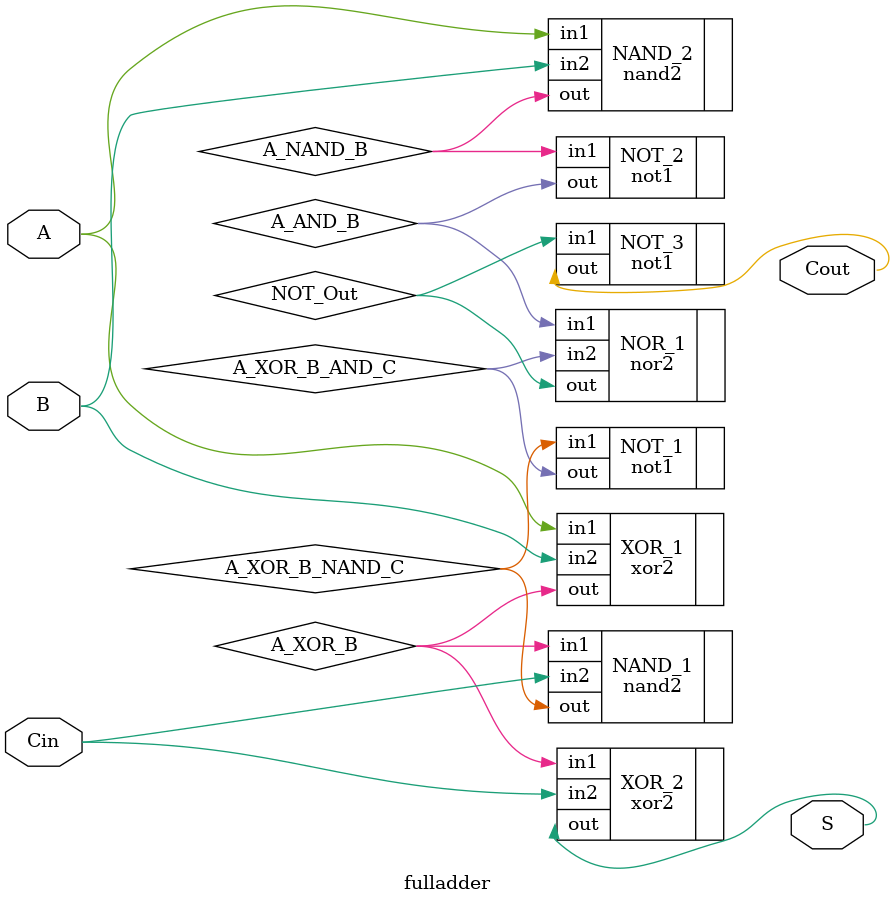
<source format=v>
module fulladder(A ,B,Cin, S, Cout);

input A, B, Cin;
output S, Cout;

wire A_XOR_B, A_XOR_B_NAND_C, A_XOR_B_AND_C, A_NAND_B, A_AND_B, NOT_Out; 

xor2 XOR_1(.in1(A), .in2(B), .out(A_XOR_B));

xor2 XOR_2(.in1(A_XOR_B), .in2(Cin), .out(S));

nand2 NAND_1(.in1(A_XOR_B), .in2(Cin), .out(A_XOR_B_NAND_C));
not1 NOT_1(.in1(A_XOR_B_NAND_C), .out(A_XOR_B_AND_C));

nand2 NAND_2(.in1(A), .in2(B), .out(A_NAND_B));
not1 NOT_2(.in1(A_NAND_B), .out(A_AND_B));

nor2 NOR_1(.in1(A_AND_B), .in2(A_XOR_B_AND_C), .out(NOT_Out));

not1 NOT_3(.in1(NOT_Out), .out(Cout));

endmodule



</source>
